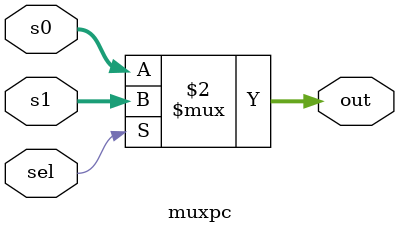
<source format=v>
`timescale 1ns / 1ps


module muxpc
    #(parameter WIDTH = 8)
    (input wire [WIDTH-1:0] s0, s1,
     input wire sel,
     output wire [WIDTH-1:0] out);

assign out = (sel==1) ? s1 : s0;

endmodule
</source>
